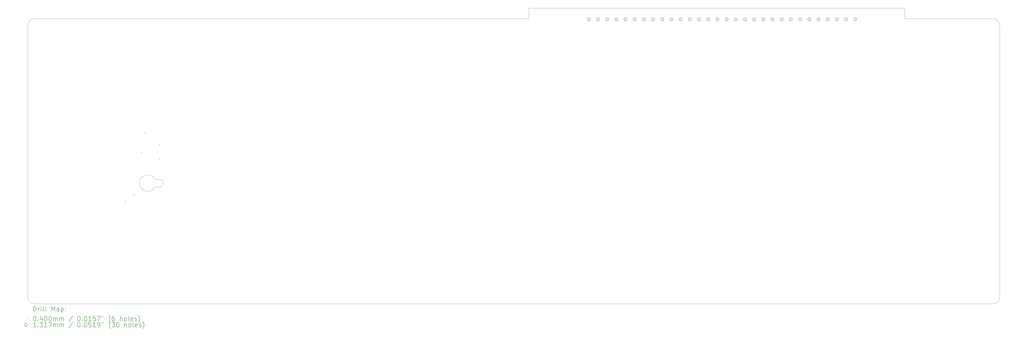
<source format=gbr>
%FSLAX45Y45*%
G04 Gerber Fmt 4.5, Leading zero omitted, Abs format (unit mm)*
G04 Created by KiCad (PCBNEW (5.99.0-12974-ge12f9a194d)) date 2021-10-29 16:06:23*
%MOMM*%
%LPD*%
G01*
G04 APERTURE LIST*
%TA.AperFunction,Profile*%
%ADD10C,0.050000*%
%TD*%
%ADD11C,0.200000*%
%ADD12C,0.040000*%
%ADD13C,0.131700*%
G04 APERTURE END LIST*
D10*
X4470000Y-15825000D02*
X25770000Y-15825000D01*
X4170000Y-27825000D02*
X4171232Y-16097839D01*
X45765000Y-28125000D02*
X4470000Y-28125000D01*
X46065000Y-16125000D02*
X46065000Y-27825000D01*
X45765000Y-15825000D02*
X41970000Y-15825000D01*
X10020000Y-22920000D02*
G75*
G03*
X9855000Y-22755000I-165000J0D01*
G01*
X4470000Y-15825000D02*
G75*
G03*
X4171232Y-16097839I0J-300000D01*
G01*
X25770000Y-15375000D02*
X41970000Y-15375000D01*
X25770000Y-15825000D02*
X25770000Y-15375000D01*
X9855000Y-23085000D02*
X9660000Y-23085000D01*
X41970000Y-15375000D02*
X41970000Y-15825000D01*
X9855000Y-23085000D02*
G75*
G03*
X10020000Y-22920000I0J165000D01*
G01*
X45765000Y-28125000D02*
G75*
G03*
X46065000Y-27825000I0J300000D01*
G01*
X4170000Y-27825000D02*
G75*
G03*
X4470000Y-28125000I300000J0D01*
G01*
X46065000Y-16125000D02*
G75*
G03*
X45765000Y-15825000I-300000J0D01*
G01*
X9660000Y-22755000D02*
X9855000Y-22755000D01*
X9660000Y-22755000D02*
G75*
G03*
X9660000Y-23085000I-315000J-165000D01*
G01*
D11*
D12*
X8362000Y-23678200D02*
X8402000Y-23718200D01*
X8402000Y-23678200D02*
X8362000Y-23718200D01*
X8717600Y-23398800D02*
X8757600Y-23438800D01*
X8757600Y-23398800D02*
X8717600Y-23438800D01*
X9047800Y-21570000D02*
X9087800Y-21610000D01*
X9087800Y-21570000D02*
X9047800Y-21610000D01*
X9200200Y-20731800D02*
X9240200Y-20771800D01*
X9240200Y-20731800D02*
X9200200Y-20771800D01*
X9835200Y-21239800D02*
X9875200Y-21279800D01*
X9875200Y-21239800D02*
X9835200Y-21279800D01*
X9835200Y-21849400D02*
X9875200Y-21889400D01*
X9875200Y-21849400D02*
X9835200Y-21889400D01*
D13*
X28421850Y-15860000D02*
G75*
G03*
X28421850Y-15860000I-65850J0D01*
G01*
X28817850Y-15860000D02*
G75*
G03*
X28817850Y-15860000I-65850J0D01*
G01*
X29213850Y-15860000D02*
G75*
G03*
X29213850Y-15860000I-65850J0D01*
G01*
X29609850Y-15860000D02*
G75*
G03*
X29609850Y-15860000I-65850J0D01*
G01*
X30005850Y-15860000D02*
G75*
G03*
X30005850Y-15860000I-65850J0D01*
G01*
X30401850Y-15860000D02*
G75*
G03*
X30401850Y-15860000I-65850J0D01*
G01*
X30797850Y-15860000D02*
G75*
G03*
X30797850Y-15860000I-65850J0D01*
G01*
X31193850Y-15860000D02*
G75*
G03*
X31193850Y-15860000I-65850J0D01*
G01*
X31589850Y-15860000D02*
G75*
G03*
X31589850Y-15860000I-65850J0D01*
G01*
X31985850Y-15860000D02*
G75*
G03*
X31985850Y-15860000I-65850J0D01*
G01*
X32381850Y-15860000D02*
G75*
G03*
X32381850Y-15860000I-65850J0D01*
G01*
X32777850Y-15860000D02*
G75*
G03*
X32777850Y-15860000I-65850J0D01*
G01*
X33173850Y-15860000D02*
G75*
G03*
X33173850Y-15860000I-65850J0D01*
G01*
X33569850Y-15860000D02*
G75*
G03*
X33569850Y-15860000I-65850J0D01*
G01*
X33965850Y-15860000D02*
G75*
G03*
X33965850Y-15860000I-65850J0D01*
G01*
X34361850Y-15860000D02*
G75*
G03*
X34361850Y-15860000I-65850J0D01*
G01*
X34757850Y-15860000D02*
G75*
G03*
X34757850Y-15860000I-65850J0D01*
G01*
X35153850Y-15860000D02*
G75*
G03*
X35153850Y-15860000I-65850J0D01*
G01*
X35549850Y-15860000D02*
G75*
G03*
X35549850Y-15860000I-65850J0D01*
G01*
X35945850Y-15860000D02*
G75*
G03*
X35945850Y-15860000I-65850J0D01*
G01*
X36341850Y-15860000D02*
G75*
G03*
X36341850Y-15860000I-65850J0D01*
G01*
X36737850Y-15860000D02*
G75*
G03*
X36737850Y-15860000I-65850J0D01*
G01*
X37133850Y-15860000D02*
G75*
G03*
X37133850Y-15860000I-65850J0D01*
G01*
X37529850Y-15860000D02*
G75*
G03*
X37529850Y-15860000I-65850J0D01*
G01*
X37925850Y-15860000D02*
G75*
G03*
X37925850Y-15860000I-65850J0D01*
G01*
X38321850Y-15860000D02*
G75*
G03*
X38321850Y-15860000I-65850J0D01*
G01*
X38717850Y-15860000D02*
G75*
G03*
X38717850Y-15860000I-65850J0D01*
G01*
X39113850Y-15860000D02*
G75*
G03*
X39113850Y-15860000I-65850J0D01*
G01*
X39509850Y-15860000D02*
G75*
G03*
X39509850Y-15860000I-65850J0D01*
G01*
X39905850Y-15860000D02*
G75*
G03*
X39905850Y-15860000I-65850J0D01*
G01*
D11*
X4425119Y-28437976D02*
X4425119Y-28237976D01*
X4472738Y-28237976D01*
X4501310Y-28247500D01*
X4520357Y-28266548D01*
X4529881Y-28285595D01*
X4539405Y-28323690D01*
X4539405Y-28352262D01*
X4529881Y-28390357D01*
X4520357Y-28409405D01*
X4501310Y-28428452D01*
X4472738Y-28437976D01*
X4425119Y-28437976D01*
X4625119Y-28437976D02*
X4625119Y-28304643D01*
X4625119Y-28342738D02*
X4634643Y-28323690D01*
X4644167Y-28314167D01*
X4663214Y-28304643D01*
X4682262Y-28304643D01*
X4748929Y-28437976D02*
X4748929Y-28304643D01*
X4748929Y-28237976D02*
X4739405Y-28247500D01*
X4748929Y-28257024D01*
X4758452Y-28247500D01*
X4748929Y-28237976D01*
X4748929Y-28257024D01*
X4872738Y-28437976D02*
X4853690Y-28428452D01*
X4844167Y-28409405D01*
X4844167Y-28237976D01*
X4977500Y-28437976D02*
X4958452Y-28428452D01*
X4948929Y-28409405D01*
X4948929Y-28237976D01*
X5206071Y-28437976D02*
X5206071Y-28237976D01*
X5272738Y-28380833D01*
X5339405Y-28237976D01*
X5339405Y-28437976D01*
X5520357Y-28437976D02*
X5520357Y-28333214D01*
X5510833Y-28314167D01*
X5491786Y-28304643D01*
X5453690Y-28304643D01*
X5434643Y-28314167D01*
X5520357Y-28428452D02*
X5501310Y-28437976D01*
X5453690Y-28437976D01*
X5434643Y-28428452D01*
X5425119Y-28409405D01*
X5425119Y-28390357D01*
X5434643Y-28371309D01*
X5453690Y-28361786D01*
X5501310Y-28361786D01*
X5520357Y-28352262D01*
X5615595Y-28304643D02*
X5615595Y-28504643D01*
X5615595Y-28314167D02*
X5634643Y-28304643D01*
X5672738Y-28304643D01*
X5691786Y-28314167D01*
X5701309Y-28323690D01*
X5710833Y-28342738D01*
X5710833Y-28399881D01*
X5701309Y-28418928D01*
X5691786Y-28428452D01*
X5672738Y-28437976D01*
X5634643Y-28437976D01*
X5615595Y-28428452D01*
X5796548Y-28418928D02*
X5806071Y-28428452D01*
X5796548Y-28437976D01*
X5787024Y-28428452D01*
X5796548Y-28418928D01*
X5796548Y-28437976D01*
X5796548Y-28314167D02*
X5806071Y-28323690D01*
X5796548Y-28333214D01*
X5787024Y-28323690D01*
X5796548Y-28314167D01*
X5796548Y-28333214D01*
D12*
X4127500Y-28747500D02*
X4167500Y-28787500D01*
X4167500Y-28747500D02*
X4127500Y-28787500D01*
D11*
X4463214Y-28657976D02*
X4482262Y-28657976D01*
X4501310Y-28667500D01*
X4510833Y-28677024D01*
X4520357Y-28696071D01*
X4529881Y-28734167D01*
X4529881Y-28781786D01*
X4520357Y-28819881D01*
X4510833Y-28838928D01*
X4501310Y-28848452D01*
X4482262Y-28857976D01*
X4463214Y-28857976D01*
X4444167Y-28848452D01*
X4434643Y-28838928D01*
X4425119Y-28819881D01*
X4415595Y-28781786D01*
X4415595Y-28734167D01*
X4425119Y-28696071D01*
X4434643Y-28677024D01*
X4444167Y-28667500D01*
X4463214Y-28657976D01*
X4615595Y-28838928D02*
X4625119Y-28848452D01*
X4615595Y-28857976D01*
X4606071Y-28848452D01*
X4615595Y-28838928D01*
X4615595Y-28857976D01*
X4796548Y-28724643D02*
X4796548Y-28857976D01*
X4748929Y-28648452D02*
X4701310Y-28791309D01*
X4825119Y-28791309D01*
X4939405Y-28657976D02*
X4958452Y-28657976D01*
X4977500Y-28667500D01*
X4987024Y-28677024D01*
X4996548Y-28696071D01*
X5006071Y-28734167D01*
X5006071Y-28781786D01*
X4996548Y-28819881D01*
X4987024Y-28838928D01*
X4977500Y-28848452D01*
X4958452Y-28857976D01*
X4939405Y-28857976D01*
X4920357Y-28848452D01*
X4910833Y-28838928D01*
X4901310Y-28819881D01*
X4891786Y-28781786D01*
X4891786Y-28734167D01*
X4901310Y-28696071D01*
X4910833Y-28677024D01*
X4920357Y-28667500D01*
X4939405Y-28657976D01*
X5129881Y-28657976D02*
X5148929Y-28657976D01*
X5167976Y-28667500D01*
X5177500Y-28677024D01*
X5187024Y-28696071D01*
X5196548Y-28734167D01*
X5196548Y-28781786D01*
X5187024Y-28819881D01*
X5177500Y-28838928D01*
X5167976Y-28848452D01*
X5148929Y-28857976D01*
X5129881Y-28857976D01*
X5110833Y-28848452D01*
X5101310Y-28838928D01*
X5091786Y-28819881D01*
X5082262Y-28781786D01*
X5082262Y-28734167D01*
X5091786Y-28696071D01*
X5101310Y-28677024D01*
X5110833Y-28667500D01*
X5129881Y-28657976D01*
X5282262Y-28857976D02*
X5282262Y-28724643D01*
X5282262Y-28743690D02*
X5291786Y-28734167D01*
X5310833Y-28724643D01*
X5339405Y-28724643D01*
X5358452Y-28734167D01*
X5367976Y-28753214D01*
X5367976Y-28857976D01*
X5367976Y-28753214D02*
X5377500Y-28734167D01*
X5396548Y-28724643D01*
X5425119Y-28724643D01*
X5444167Y-28734167D01*
X5453690Y-28753214D01*
X5453690Y-28857976D01*
X5548929Y-28857976D02*
X5548929Y-28724643D01*
X5548929Y-28743690D02*
X5558452Y-28734167D01*
X5577500Y-28724643D01*
X5606071Y-28724643D01*
X5625119Y-28734167D01*
X5634643Y-28753214D01*
X5634643Y-28857976D01*
X5634643Y-28753214D02*
X5644167Y-28734167D01*
X5663214Y-28724643D01*
X5691786Y-28724643D01*
X5710833Y-28734167D01*
X5720357Y-28753214D01*
X5720357Y-28857976D01*
X6110833Y-28648452D02*
X5939405Y-28905595D01*
X6367976Y-28657976D02*
X6387024Y-28657976D01*
X6406071Y-28667500D01*
X6415595Y-28677024D01*
X6425119Y-28696071D01*
X6434643Y-28734167D01*
X6434643Y-28781786D01*
X6425119Y-28819881D01*
X6415595Y-28838928D01*
X6406071Y-28848452D01*
X6387024Y-28857976D01*
X6367976Y-28857976D01*
X6348928Y-28848452D01*
X6339405Y-28838928D01*
X6329881Y-28819881D01*
X6320357Y-28781786D01*
X6320357Y-28734167D01*
X6329881Y-28696071D01*
X6339405Y-28677024D01*
X6348928Y-28667500D01*
X6367976Y-28657976D01*
X6520357Y-28838928D02*
X6529881Y-28848452D01*
X6520357Y-28857976D01*
X6510833Y-28848452D01*
X6520357Y-28838928D01*
X6520357Y-28857976D01*
X6653690Y-28657976D02*
X6672738Y-28657976D01*
X6691786Y-28667500D01*
X6701309Y-28677024D01*
X6710833Y-28696071D01*
X6720357Y-28734167D01*
X6720357Y-28781786D01*
X6710833Y-28819881D01*
X6701309Y-28838928D01*
X6691786Y-28848452D01*
X6672738Y-28857976D01*
X6653690Y-28857976D01*
X6634643Y-28848452D01*
X6625119Y-28838928D01*
X6615595Y-28819881D01*
X6606071Y-28781786D01*
X6606071Y-28734167D01*
X6615595Y-28696071D01*
X6625119Y-28677024D01*
X6634643Y-28667500D01*
X6653690Y-28657976D01*
X6910833Y-28857976D02*
X6796548Y-28857976D01*
X6853690Y-28857976D02*
X6853690Y-28657976D01*
X6834643Y-28686548D01*
X6815595Y-28705595D01*
X6796548Y-28715119D01*
X7091786Y-28657976D02*
X6996548Y-28657976D01*
X6987024Y-28753214D01*
X6996548Y-28743690D01*
X7015595Y-28734167D01*
X7063214Y-28734167D01*
X7082262Y-28743690D01*
X7091786Y-28753214D01*
X7101309Y-28772262D01*
X7101309Y-28819881D01*
X7091786Y-28838928D01*
X7082262Y-28848452D01*
X7063214Y-28857976D01*
X7015595Y-28857976D01*
X6996548Y-28848452D01*
X6987024Y-28838928D01*
X7167976Y-28657976D02*
X7301309Y-28657976D01*
X7215595Y-28857976D01*
X7367976Y-28657976D02*
X7367976Y-28696071D01*
X7444167Y-28657976D02*
X7444167Y-28696071D01*
X7739405Y-28934167D02*
X7729881Y-28924643D01*
X7710833Y-28896071D01*
X7701309Y-28877024D01*
X7691786Y-28848452D01*
X7682262Y-28800833D01*
X7682262Y-28762738D01*
X7691786Y-28715119D01*
X7701309Y-28686548D01*
X7710833Y-28667500D01*
X7729881Y-28638928D01*
X7739405Y-28629405D01*
X7901309Y-28657976D02*
X7863214Y-28657976D01*
X7844167Y-28667500D01*
X7834643Y-28677024D01*
X7815595Y-28705595D01*
X7806071Y-28743690D01*
X7806071Y-28819881D01*
X7815595Y-28838928D01*
X7825119Y-28848452D01*
X7844167Y-28857976D01*
X7882262Y-28857976D01*
X7901309Y-28848452D01*
X7910833Y-28838928D01*
X7920357Y-28819881D01*
X7920357Y-28772262D01*
X7910833Y-28753214D01*
X7901309Y-28743690D01*
X7882262Y-28734167D01*
X7844167Y-28734167D01*
X7825119Y-28743690D01*
X7815595Y-28753214D01*
X7806071Y-28772262D01*
X8158452Y-28857976D02*
X8158452Y-28657976D01*
X8244167Y-28857976D02*
X8244167Y-28753214D01*
X8234643Y-28734167D01*
X8215595Y-28724643D01*
X8187024Y-28724643D01*
X8167976Y-28734167D01*
X8158452Y-28743690D01*
X8367976Y-28857976D02*
X8348928Y-28848452D01*
X8339405Y-28838928D01*
X8329881Y-28819881D01*
X8329881Y-28762738D01*
X8339405Y-28743690D01*
X8348928Y-28734167D01*
X8367976Y-28724643D01*
X8396548Y-28724643D01*
X8415595Y-28734167D01*
X8425119Y-28743690D01*
X8434643Y-28762738D01*
X8434643Y-28819881D01*
X8425119Y-28838928D01*
X8415595Y-28848452D01*
X8396548Y-28857976D01*
X8367976Y-28857976D01*
X8548929Y-28857976D02*
X8529881Y-28848452D01*
X8520357Y-28829405D01*
X8520357Y-28657976D01*
X8701310Y-28848452D02*
X8682262Y-28857976D01*
X8644167Y-28857976D01*
X8625119Y-28848452D01*
X8615595Y-28829405D01*
X8615595Y-28753214D01*
X8625119Y-28734167D01*
X8644167Y-28724643D01*
X8682262Y-28724643D01*
X8701310Y-28734167D01*
X8710833Y-28753214D01*
X8710833Y-28772262D01*
X8615595Y-28791309D01*
X8787024Y-28848452D02*
X8806071Y-28857976D01*
X8844167Y-28857976D01*
X8863214Y-28848452D01*
X8872738Y-28829405D01*
X8872738Y-28819881D01*
X8863214Y-28800833D01*
X8844167Y-28791309D01*
X8815595Y-28791309D01*
X8796548Y-28781786D01*
X8787024Y-28762738D01*
X8787024Y-28753214D01*
X8796548Y-28734167D01*
X8815595Y-28724643D01*
X8844167Y-28724643D01*
X8863214Y-28734167D01*
X8939405Y-28934167D02*
X8948929Y-28924643D01*
X8967976Y-28896071D01*
X8977500Y-28877024D01*
X8987024Y-28848452D01*
X8996548Y-28800833D01*
X8996548Y-28762738D01*
X8987024Y-28715119D01*
X8977500Y-28686548D01*
X8967976Y-28667500D01*
X8948929Y-28638928D01*
X8939405Y-28629405D01*
D13*
X4167500Y-29031500D02*
G75*
G03*
X4167500Y-29031500I-65850J0D01*
G01*
D11*
X4529881Y-29121976D02*
X4415595Y-29121976D01*
X4472738Y-29121976D02*
X4472738Y-28921976D01*
X4453690Y-28950548D01*
X4434643Y-28969595D01*
X4415595Y-28979119D01*
X4615595Y-29102928D02*
X4625119Y-29112452D01*
X4615595Y-29121976D01*
X4606071Y-29112452D01*
X4615595Y-29102928D01*
X4615595Y-29121976D01*
X4691786Y-28921976D02*
X4815595Y-28921976D01*
X4748929Y-28998167D01*
X4777500Y-28998167D01*
X4796548Y-29007690D01*
X4806071Y-29017214D01*
X4815595Y-29036262D01*
X4815595Y-29083881D01*
X4806071Y-29102928D01*
X4796548Y-29112452D01*
X4777500Y-29121976D01*
X4720357Y-29121976D01*
X4701310Y-29112452D01*
X4691786Y-29102928D01*
X5006071Y-29121976D02*
X4891786Y-29121976D01*
X4948929Y-29121976D02*
X4948929Y-28921976D01*
X4929881Y-28950548D01*
X4910833Y-28969595D01*
X4891786Y-28979119D01*
X5072738Y-28921976D02*
X5206071Y-28921976D01*
X5120357Y-29121976D01*
X5282262Y-29121976D02*
X5282262Y-28988643D01*
X5282262Y-29007690D02*
X5291786Y-28998167D01*
X5310833Y-28988643D01*
X5339405Y-28988643D01*
X5358452Y-28998167D01*
X5367976Y-29017214D01*
X5367976Y-29121976D01*
X5367976Y-29017214D02*
X5377500Y-28998167D01*
X5396548Y-28988643D01*
X5425119Y-28988643D01*
X5444167Y-28998167D01*
X5453690Y-29017214D01*
X5453690Y-29121976D01*
X5548929Y-29121976D02*
X5548929Y-28988643D01*
X5548929Y-29007690D02*
X5558452Y-28998167D01*
X5577500Y-28988643D01*
X5606071Y-28988643D01*
X5625119Y-28998167D01*
X5634643Y-29017214D01*
X5634643Y-29121976D01*
X5634643Y-29017214D02*
X5644167Y-28998167D01*
X5663214Y-28988643D01*
X5691786Y-28988643D01*
X5710833Y-28998167D01*
X5720357Y-29017214D01*
X5720357Y-29121976D01*
X6110833Y-28912452D02*
X5939405Y-29169595D01*
X6367976Y-28921976D02*
X6387024Y-28921976D01*
X6406071Y-28931500D01*
X6415595Y-28941024D01*
X6425119Y-28960071D01*
X6434643Y-28998167D01*
X6434643Y-29045786D01*
X6425119Y-29083881D01*
X6415595Y-29102928D01*
X6406071Y-29112452D01*
X6387024Y-29121976D01*
X6367976Y-29121976D01*
X6348928Y-29112452D01*
X6339405Y-29102928D01*
X6329881Y-29083881D01*
X6320357Y-29045786D01*
X6320357Y-28998167D01*
X6329881Y-28960071D01*
X6339405Y-28941024D01*
X6348928Y-28931500D01*
X6367976Y-28921976D01*
X6520357Y-29102928D02*
X6529881Y-29112452D01*
X6520357Y-29121976D01*
X6510833Y-29112452D01*
X6520357Y-29102928D01*
X6520357Y-29121976D01*
X6653690Y-28921976D02*
X6672738Y-28921976D01*
X6691786Y-28931500D01*
X6701309Y-28941024D01*
X6710833Y-28960071D01*
X6720357Y-28998167D01*
X6720357Y-29045786D01*
X6710833Y-29083881D01*
X6701309Y-29102928D01*
X6691786Y-29112452D01*
X6672738Y-29121976D01*
X6653690Y-29121976D01*
X6634643Y-29112452D01*
X6625119Y-29102928D01*
X6615595Y-29083881D01*
X6606071Y-29045786D01*
X6606071Y-28998167D01*
X6615595Y-28960071D01*
X6625119Y-28941024D01*
X6634643Y-28931500D01*
X6653690Y-28921976D01*
X6901309Y-28921976D02*
X6806071Y-28921976D01*
X6796548Y-29017214D01*
X6806071Y-29007690D01*
X6825119Y-28998167D01*
X6872738Y-28998167D01*
X6891786Y-29007690D01*
X6901309Y-29017214D01*
X6910833Y-29036262D01*
X6910833Y-29083881D01*
X6901309Y-29102928D01*
X6891786Y-29112452D01*
X6872738Y-29121976D01*
X6825119Y-29121976D01*
X6806071Y-29112452D01*
X6796548Y-29102928D01*
X7101309Y-29121976D02*
X6987024Y-29121976D01*
X7044167Y-29121976D02*
X7044167Y-28921976D01*
X7025119Y-28950548D01*
X7006071Y-28969595D01*
X6987024Y-28979119D01*
X7196548Y-29121976D02*
X7234643Y-29121976D01*
X7253690Y-29112452D01*
X7263214Y-29102928D01*
X7282262Y-29074357D01*
X7291786Y-29036262D01*
X7291786Y-28960071D01*
X7282262Y-28941024D01*
X7272738Y-28931500D01*
X7253690Y-28921976D01*
X7215595Y-28921976D01*
X7196548Y-28931500D01*
X7187024Y-28941024D01*
X7177500Y-28960071D01*
X7177500Y-29007690D01*
X7187024Y-29026738D01*
X7196548Y-29036262D01*
X7215595Y-29045786D01*
X7253690Y-29045786D01*
X7272738Y-29036262D01*
X7282262Y-29026738D01*
X7291786Y-29007690D01*
X7367976Y-28921976D02*
X7367976Y-28960071D01*
X7444167Y-28921976D02*
X7444167Y-28960071D01*
X7739405Y-29198167D02*
X7729881Y-29188643D01*
X7710833Y-29160071D01*
X7701309Y-29141024D01*
X7691786Y-29112452D01*
X7682262Y-29064833D01*
X7682262Y-29026738D01*
X7691786Y-28979119D01*
X7701309Y-28950548D01*
X7710833Y-28931500D01*
X7729881Y-28902928D01*
X7739405Y-28893405D01*
X7796548Y-28921976D02*
X7920357Y-28921976D01*
X7853690Y-28998167D01*
X7882262Y-28998167D01*
X7901309Y-29007690D01*
X7910833Y-29017214D01*
X7920357Y-29036262D01*
X7920357Y-29083881D01*
X7910833Y-29102928D01*
X7901309Y-29112452D01*
X7882262Y-29121976D01*
X7825119Y-29121976D01*
X7806071Y-29112452D01*
X7796548Y-29102928D01*
X8044167Y-28921976D02*
X8063214Y-28921976D01*
X8082262Y-28931500D01*
X8091786Y-28941024D01*
X8101309Y-28960071D01*
X8110833Y-28998167D01*
X8110833Y-29045786D01*
X8101309Y-29083881D01*
X8091786Y-29102928D01*
X8082262Y-29112452D01*
X8063214Y-29121976D01*
X8044167Y-29121976D01*
X8025119Y-29112452D01*
X8015595Y-29102928D01*
X8006071Y-29083881D01*
X7996548Y-29045786D01*
X7996548Y-28998167D01*
X8006071Y-28960071D01*
X8015595Y-28941024D01*
X8025119Y-28931500D01*
X8044167Y-28921976D01*
X8348928Y-29121976D02*
X8348928Y-28921976D01*
X8434643Y-29121976D02*
X8434643Y-29017214D01*
X8425119Y-28998167D01*
X8406071Y-28988643D01*
X8377500Y-28988643D01*
X8358452Y-28998167D01*
X8348928Y-29007690D01*
X8558452Y-29121976D02*
X8539405Y-29112452D01*
X8529881Y-29102928D01*
X8520357Y-29083881D01*
X8520357Y-29026738D01*
X8529881Y-29007690D01*
X8539405Y-28998167D01*
X8558452Y-28988643D01*
X8587024Y-28988643D01*
X8606071Y-28998167D01*
X8615595Y-29007690D01*
X8625119Y-29026738D01*
X8625119Y-29083881D01*
X8615595Y-29102928D01*
X8606071Y-29112452D01*
X8587024Y-29121976D01*
X8558452Y-29121976D01*
X8739405Y-29121976D02*
X8720357Y-29112452D01*
X8710833Y-29093405D01*
X8710833Y-28921976D01*
X8891786Y-29112452D02*
X8872738Y-29121976D01*
X8834643Y-29121976D01*
X8815595Y-29112452D01*
X8806071Y-29093405D01*
X8806071Y-29017214D01*
X8815595Y-28998167D01*
X8834643Y-28988643D01*
X8872738Y-28988643D01*
X8891786Y-28998167D01*
X8901310Y-29017214D01*
X8901310Y-29036262D01*
X8806071Y-29055309D01*
X8977500Y-29112452D02*
X8996548Y-29121976D01*
X9034643Y-29121976D01*
X9053690Y-29112452D01*
X9063214Y-29093405D01*
X9063214Y-29083881D01*
X9053690Y-29064833D01*
X9034643Y-29055309D01*
X9006071Y-29055309D01*
X8987024Y-29045786D01*
X8977500Y-29026738D01*
X8977500Y-29017214D01*
X8987024Y-28998167D01*
X9006071Y-28988643D01*
X9034643Y-28988643D01*
X9053690Y-28998167D01*
X9129881Y-29198167D02*
X9139405Y-29188643D01*
X9158452Y-29160071D01*
X9167976Y-29141024D01*
X9177500Y-29112452D01*
X9187024Y-29064833D01*
X9187024Y-29026738D01*
X9177500Y-28979119D01*
X9167976Y-28950548D01*
X9158452Y-28931500D01*
X9139405Y-28902928D01*
X9129881Y-28893405D01*
M02*

</source>
